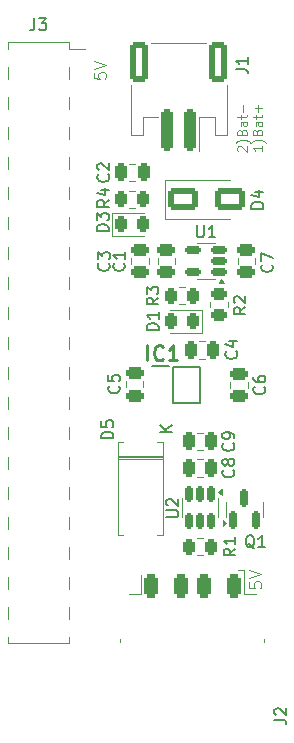
<source format=gto>
G04 #@! TF.GenerationSoftware,KiCad,Pcbnew,8.0.0*
G04 #@! TF.CreationDate,2024-06-27T16:52:22+02:00*
G04 #@! TF.ProjectId,BatteryBridge,42617474-6572-4794-9272-696467652e6b,rev?*
G04 #@! TF.SameCoordinates,Original*
G04 #@! TF.FileFunction,Legend,Top*
G04 #@! TF.FilePolarity,Positive*
%FSLAX46Y46*%
G04 Gerber Fmt 4.6, Leading zero omitted, Abs format (unit mm)*
G04 Created by KiCad (PCBNEW 8.0.0) date 2024-06-27 16:52:22*
%MOMM*%
%LPD*%
G01*
G04 APERTURE LIST*
G04 Aperture macros list*
%AMRoundRect*
0 Rectangle with rounded corners*
0 $1 Rounding radius*
0 $2 $3 $4 $5 $6 $7 $8 $9 X,Y pos of 4 corners*
0 Add a 4 corners polygon primitive as box body*
4,1,4,$2,$3,$4,$5,$6,$7,$8,$9,$2,$3,0*
0 Add four circle primitives for the rounded corners*
1,1,$1+$1,$2,$3*
1,1,$1+$1,$4,$5*
1,1,$1+$1,$6,$7*
1,1,$1+$1,$8,$9*
0 Add four rect primitives between the rounded corners*
20,1,$1+$1,$2,$3,$4,$5,0*
20,1,$1+$1,$4,$5,$6,$7,0*
20,1,$1+$1,$6,$7,$8,$9,0*
20,1,$1+$1,$8,$9,$2,$3,0*%
G04 Aperture macros list end*
%ADD10C,0.100000*%
%ADD11C,0.080000*%
%ADD12C,0.150000*%
%ADD13C,0.254000*%
%ADD14C,0.120000*%
%ADD15C,0.200000*%
%ADD16R,3.000000X1.000000*%
%ADD17RoundRect,0.150000X0.150000X-0.587500X0.150000X0.587500X-0.150000X0.587500X-0.150000X-0.587500X0*%
%ADD18R,2.400000X2.400000*%
%ADD19O,2.400000X2.400000*%
%ADD20RoundRect,0.250000X-1.000000X-0.650000X1.000000X-0.650000X1.000000X0.650000X-1.000000X0.650000X0*%
%ADD21RoundRect,0.250000X-0.250000X-0.475000X0.250000X-0.475000X0.250000X0.475000X-0.250000X0.475000X0*%
%ADD22RoundRect,0.250000X0.475000X-0.250000X0.475000X0.250000X-0.475000X0.250000X-0.475000X-0.250000X0*%
%ADD23RoundRect,0.150000X-0.150000X0.512500X-0.150000X-0.512500X0.150000X-0.512500X0.150000X0.512500X0*%
%ADD24RoundRect,0.150000X0.512500X0.150000X-0.512500X0.150000X-0.512500X-0.150000X0.512500X-0.150000X0*%
%ADD25RoundRect,0.250000X-0.262500X-0.450000X0.262500X-0.450000X0.262500X0.450000X-0.262500X0.450000X0*%
%ADD26RoundRect,0.250000X0.450000X-0.262500X0.450000X0.262500X-0.450000X0.262500X-0.450000X-0.262500X0*%
%ADD27RoundRect,0.250000X0.262500X0.450000X-0.262500X0.450000X-0.262500X-0.450000X0.262500X-0.450000X0*%
%ADD28C,1.100000*%
%ADD29RoundRect,0.300000X-0.300000X0.700000X-0.300000X-0.700000X0.300000X-0.700000X0.300000X0.700000X0*%
%ADD30O,1.300000X3.200000*%
%ADD31RoundRect,0.250001X0.499999X1.449999X-0.499999X1.449999X-0.499999X-1.449999X0.499999X-1.449999X0*%
%ADD32RoundRect,0.250000X0.250000X1.500000X-0.250000X1.500000X-0.250000X-1.500000X0.250000X-1.500000X0*%
%ADD33R,1.425000X0.450000*%
%ADD34RoundRect,0.243750X-0.243750X-0.456250X0.243750X-0.456250X0.243750X0.456250X-0.243750X0.456250X0*%
%ADD35RoundRect,0.243750X0.243750X0.456250X-0.243750X0.456250X-0.243750X-0.456250X0.243750X-0.456250X0*%
%ADD36RoundRect,0.250000X-0.475000X0.250000X-0.475000X-0.250000X0.475000X-0.250000X0.475000X0.250000X0*%
%ADD37RoundRect,0.250000X0.250000X0.475000X-0.250000X0.475000X-0.250000X-0.475000X0.250000X-0.475000X0*%
G04 APERTURE END LIST*
D10*
X84922419Y-83644925D02*
X84922419Y-84121115D01*
X84922419Y-84121115D02*
X85398609Y-84168734D01*
X85398609Y-84168734D02*
X85350990Y-84121115D01*
X85350990Y-84121115D02*
X85303371Y-84025877D01*
X85303371Y-84025877D02*
X85303371Y-83787782D01*
X85303371Y-83787782D02*
X85350990Y-83692544D01*
X85350990Y-83692544D02*
X85398609Y-83644925D01*
X85398609Y-83644925D02*
X85493847Y-83597306D01*
X85493847Y-83597306D02*
X85731942Y-83597306D01*
X85731942Y-83597306D02*
X85827180Y-83644925D01*
X85827180Y-83644925D02*
X85874800Y-83692544D01*
X85874800Y-83692544D02*
X85922419Y-83787782D01*
X85922419Y-83787782D02*
X85922419Y-84025877D01*
X85922419Y-84025877D02*
X85874800Y-84121115D01*
X85874800Y-84121115D02*
X85827180Y-84168734D01*
X84922419Y-83311591D02*
X85922419Y-82978258D01*
X85922419Y-82978258D02*
X84922419Y-82644925D01*
X71772419Y-40519925D02*
X71772419Y-40996115D01*
X71772419Y-40996115D02*
X72248609Y-41043734D01*
X72248609Y-41043734D02*
X72200990Y-40996115D01*
X72200990Y-40996115D02*
X72153371Y-40900877D01*
X72153371Y-40900877D02*
X72153371Y-40662782D01*
X72153371Y-40662782D02*
X72200990Y-40567544D01*
X72200990Y-40567544D02*
X72248609Y-40519925D01*
X72248609Y-40519925D02*
X72343847Y-40472306D01*
X72343847Y-40472306D02*
X72581942Y-40472306D01*
X72581942Y-40472306D02*
X72677180Y-40519925D01*
X72677180Y-40519925D02*
X72724800Y-40567544D01*
X72724800Y-40567544D02*
X72772419Y-40662782D01*
X72772419Y-40662782D02*
X72772419Y-40900877D01*
X72772419Y-40900877D02*
X72724800Y-40996115D01*
X72724800Y-40996115D02*
X72677180Y-41043734D01*
X71772419Y-40186591D02*
X72772419Y-39853258D01*
X72772419Y-39853258D02*
X71772419Y-39519925D01*
D11*
X83992170Y-47165988D02*
X83954075Y-47127892D01*
X83954075Y-47127892D02*
X83915980Y-47051702D01*
X83915980Y-47051702D02*
X83915980Y-46861226D01*
X83915980Y-46861226D02*
X83954075Y-46785035D01*
X83954075Y-46785035D02*
X83992170Y-46746940D01*
X83992170Y-46746940D02*
X84068361Y-46708845D01*
X84068361Y-46708845D02*
X84144551Y-46708845D01*
X84144551Y-46708845D02*
X84258837Y-46746940D01*
X84258837Y-46746940D02*
X84715980Y-47204083D01*
X84715980Y-47204083D02*
X84715980Y-46708845D01*
X85020742Y-46442178D02*
X84982646Y-46404083D01*
X84982646Y-46404083D02*
X84868361Y-46327892D01*
X84868361Y-46327892D02*
X84792170Y-46289797D01*
X84792170Y-46289797D02*
X84677885Y-46251702D01*
X84677885Y-46251702D02*
X84487408Y-46213606D01*
X84487408Y-46213606D02*
X84335027Y-46213606D01*
X84335027Y-46213606D02*
X84144551Y-46251702D01*
X84144551Y-46251702D02*
X84030265Y-46289797D01*
X84030265Y-46289797D02*
X83954075Y-46327892D01*
X83954075Y-46327892D02*
X83839789Y-46404083D01*
X83839789Y-46404083D02*
X83801694Y-46442178D01*
X84296932Y-45565988D02*
X84335027Y-45451702D01*
X84335027Y-45451702D02*
X84373123Y-45413607D01*
X84373123Y-45413607D02*
X84449313Y-45375511D01*
X84449313Y-45375511D02*
X84563599Y-45375511D01*
X84563599Y-45375511D02*
X84639789Y-45413607D01*
X84639789Y-45413607D02*
X84677885Y-45451702D01*
X84677885Y-45451702D02*
X84715980Y-45527892D01*
X84715980Y-45527892D02*
X84715980Y-45832654D01*
X84715980Y-45832654D02*
X83915980Y-45832654D01*
X83915980Y-45832654D02*
X83915980Y-45565988D01*
X83915980Y-45565988D02*
X83954075Y-45489797D01*
X83954075Y-45489797D02*
X83992170Y-45451702D01*
X83992170Y-45451702D02*
X84068361Y-45413607D01*
X84068361Y-45413607D02*
X84144551Y-45413607D01*
X84144551Y-45413607D02*
X84220742Y-45451702D01*
X84220742Y-45451702D02*
X84258837Y-45489797D01*
X84258837Y-45489797D02*
X84296932Y-45565988D01*
X84296932Y-45565988D02*
X84296932Y-45832654D01*
X84715980Y-44689797D02*
X84296932Y-44689797D01*
X84296932Y-44689797D02*
X84220742Y-44727892D01*
X84220742Y-44727892D02*
X84182646Y-44804083D01*
X84182646Y-44804083D02*
X84182646Y-44956464D01*
X84182646Y-44956464D02*
X84220742Y-45032654D01*
X84677885Y-44689797D02*
X84715980Y-44765988D01*
X84715980Y-44765988D02*
X84715980Y-44956464D01*
X84715980Y-44956464D02*
X84677885Y-45032654D01*
X84677885Y-45032654D02*
X84601694Y-45070750D01*
X84601694Y-45070750D02*
X84525504Y-45070750D01*
X84525504Y-45070750D02*
X84449313Y-45032654D01*
X84449313Y-45032654D02*
X84411218Y-44956464D01*
X84411218Y-44956464D02*
X84411218Y-44765988D01*
X84411218Y-44765988D02*
X84373123Y-44689797D01*
X84182646Y-44423130D02*
X84182646Y-44118368D01*
X83915980Y-44308844D02*
X84601694Y-44308844D01*
X84601694Y-44308844D02*
X84677885Y-44270749D01*
X84677885Y-44270749D02*
X84715980Y-44194559D01*
X84715980Y-44194559D02*
X84715980Y-44118368D01*
X84411218Y-43851701D02*
X84411218Y-43242178D01*
X86003935Y-46708845D02*
X86003935Y-47165988D01*
X86003935Y-46937416D02*
X85203935Y-46937416D01*
X85203935Y-46937416D02*
X85318220Y-47013607D01*
X85318220Y-47013607D02*
X85394411Y-47089797D01*
X85394411Y-47089797D02*
X85432506Y-47165988D01*
X86308697Y-46442178D02*
X86270601Y-46404083D01*
X86270601Y-46404083D02*
X86156316Y-46327892D01*
X86156316Y-46327892D02*
X86080125Y-46289797D01*
X86080125Y-46289797D02*
X85965840Y-46251702D01*
X85965840Y-46251702D02*
X85775363Y-46213606D01*
X85775363Y-46213606D02*
X85622982Y-46213606D01*
X85622982Y-46213606D02*
X85432506Y-46251702D01*
X85432506Y-46251702D02*
X85318220Y-46289797D01*
X85318220Y-46289797D02*
X85242030Y-46327892D01*
X85242030Y-46327892D02*
X85127744Y-46404083D01*
X85127744Y-46404083D02*
X85089649Y-46442178D01*
X85584887Y-45565988D02*
X85622982Y-45451702D01*
X85622982Y-45451702D02*
X85661078Y-45413607D01*
X85661078Y-45413607D02*
X85737268Y-45375511D01*
X85737268Y-45375511D02*
X85851554Y-45375511D01*
X85851554Y-45375511D02*
X85927744Y-45413607D01*
X85927744Y-45413607D02*
X85965840Y-45451702D01*
X85965840Y-45451702D02*
X86003935Y-45527892D01*
X86003935Y-45527892D02*
X86003935Y-45832654D01*
X86003935Y-45832654D02*
X85203935Y-45832654D01*
X85203935Y-45832654D02*
X85203935Y-45565988D01*
X85203935Y-45565988D02*
X85242030Y-45489797D01*
X85242030Y-45489797D02*
X85280125Y-45451702D01*
X85280125Y-45451702D02*
X85356316Y-45413607D01*
X85356316Y-45413607D02*
X85432506Y-45413607D01*
X85432506Y-45413607D02*
X85508697Y-45451702D01*
X85508697Y-45451702D02*
X85546792Y-45489797D01*
X85546792Y-45489797D02*
X85584887Y-45565988D01*
X85584887Y-45565988D02*
X85584887Y-45832654D01*
X86003935Y-44689797D02*
X85584887Y-44689797D01*
X85584887Y-44689797D02*
X85508697Y-44727892D01*
X85508697Y-44727892D02*
X85470601Y-44804083D01*
X85470601Y-44804083D02*
X85470601Y-44956464D01*
X85470601Y-44956464D02*
X85508697Y-45032654D01*
X85965840Y-44689797D02*
X86003935Y-44765988D01*
X86003935Y-44765988D02*
X86003935Y-44956464D01*
X86003935Y-44956464D02*
X85965840Y-45032654D01*
X85965840Y-45032654D02*
X85889649Y-45070750D01*
X85889649Y-45070750D02*
X85813459Y-45070750D01*
X85813459Y-45070750D02*
X85737268Y-45032654D01*
X85737268Y-45032654D02*
X85699173Y-44956464D01*
X85699173Y-44956464D02*
X85699173Y-44765988D01*
X85699173Y-44765988D02*
X85661078Y-44689797D01*
X85470601Y-44423130D02*
X85470601Y-44118368D01*
X85203935Y-44308844D02*
X85889649Y-44308844D01*
X85889649Y-44308844D02*
X85965840Y-44270749D01*
X85965840Y-44270749D02*
X86003935Y-44194559D01*
X86003935Y-44194559D02*
X86003935Y-44118368D01*
X85699173Y-43851701D02*
X85699173Y-43242178D01*
X86003935Y-43546939D02*
X85394411Y-43546939D01*
D12*
X66737666Y-35927819D02*
X66737666Y-36642104D01*
X66737666Y-36642104D02*
X66690047Y-36784961D01*
X66690047Y-36784961D02*
X66594809Y-36880200D01*
X66594809Y-36880200D02*
X66451952Y-36927819D01*
X66451952Y-36927819D02*
X66356714Y-36927819D01*
X67118619Y-35927819D02*
X67737666Y-35927819D01*
X67737666Y-35927819D02*
X67404333Y-36308771D01*
X67404333Y-36308771D02*
X67547190Y-36308771D01*
X67547190Y-36308771D02*
X67642428Y-36356390D01*
X67642428Y-36356390D02*
X67690047Y-36404009D01*
X67690047Y-36404009D02*
X67737666Y-36499247D01*
X67737666Y-36499247D02*
X67737666Y-36737342D01*
X67737666Y-36737342D02*
X67690047Y-36832580D01*
X67690047Y-36832580D02*
X67642428Y-36880200D01*
X67642428Y-36880200D02*
X67547190Y-36927819D01*
X67547190Y-36927819D02*
X67261476Y-36927819D01*
X67261476Y-36927819D02*
X67166238Y-36880200D01*
X67166238Y-36880200D02*
X67118619Y-36832580D01*
X85354761Y-80800057D02*
X85259523Y-80752438D01*
X85259523Y-80752438D02*
X85164285Y-80657200D01*
X85164285Y-80657200D02*
X85021428Y-80514342D01*
X85021428Y-80514342D02*
X84926190Y-80466723D01*
X84926190Y-80466723D02*
X84830952Y-80466723D01*
X84878571Y-80704819D02*
X84783333Y-80657200D01*
X84783333Y-80657200D02*
X84688095Y-80561961D01*
X84688095Y-80561961D02*
X84640476Y-80371485D01*
X84640476Y-80371485D02*
X84640476Y-80038152D01*
X84640476Y-80038152D02*
X84688095Y-79847676D01*
X84688095Y-79847676D02*
X84783333Y-79752438D01*
X84783333Y-79752438D02*
X84878571Y-79704819D01*
X84878571Y-79704819D02*
X85069047Y-79704819D01*
X85069047Y-79704819D02*
X85164285Y-79752438D01*
X85164285Y-79752438D02*
X85259523Y-79847676D01*
X85259523Y-79847676D02*
X85307142Y-80038152D01*
X85307142Y-80038152D02*
X85307142Y-80371485D01*
X85307142Y-80371485D02*
X85259523Y-80561961D01*
X85259523Y-80561961D02*
X85164285Y-80657200D01*
X85164285Y-80657200D02*
X85069047Y-80704819D01*
X85069047Y-80704819D02*
X84878571Y-80704819D01*
X86259523Y-80704819D02*
X85688095Y-80704819D01*
X85973809Y-80704819D02*
X85973809Y-79704819D01*
X85973809Y-79704819D02*
X85878571Y-79847676D01*
X85878571Y-79847676D02*
X85783333Y-79942914D01*
X85783333Y-79942914D02*
X85688095Y-79990533D01*
X73404819Y-71488094D02*
X72404819Y-71488094D01*
X72404819Y-71488094D02*
X72404819Y-71249999D01*
X72404819Y-71249999D02*
X72452438Y-71107142D01*
X72452438Y-71107142D02*
X72547676Y-71011904D01*
X72547676Y-71011904D02*
X72642914Y-70964285D01*
X72642914Y-70964285D02*
X72833390Y-70916666D01*
X72833390Y-70916666D02*
X72976247Y-70916666D01*
X72976247Y-70916666D02*
X73166723Y-70964285D01*
X73166723Y-70964285D02*
X73261961Y-71011904D01*
X73261961Y-71011904D02*
X73357200Y-71107142D01*
X73357200Y-71107142D02*
X73404819Y-71249999D01*
X73404819Y-71249999D02*
X73404819Y-71488094D01*
X72404819Y-70011904D02*
X72404819Y-70488094D01*
X72404819Y-70488094D02*
X72881009Y-70535713D01*
X72881009Y-70535713D02*
X72833390Y-70488094D01*
X72833390Y-70488094D02*
X72785771Y-70392856D01*
X72785771Y-70392856D02*
X72785771Y-70154761D01*
X72785771Y-70154761D02*
X72833390Y-70059523D01*
X72833390Y-70059523D02*
X72881009Y-70011904D01*
X72881009Y-70011904D02*
X72976247Y-69964285D01*
X72976247Y-69964285D02*
X73214342Y-69964285D01*
X73214342Y-69964285D02*
X73309580Y-70011904D01*
X73309580Y-70011904D02*
X73357200Y-70059523D01*
X73357200Y-70059523D02*
X73404819Y-70154761D01*
X73404819Y-70154761D02*
X73404819Y-70392856D01*
X73404819Y-70392856D02*
X73357200Y-70488094D01*
X73357200Y-70488094D02*
X73309580Y-70535713D01*
X78354819Y-70931904D02*
X77354819Y-70931904D01*
X78354819Y-70360476D02*
X77783390Y-70789047D01*
X77354819Y-70360476D02*
X77926247Y-70931904D01*
X86104819Y-52038094D02*
X85104819Y-52038094D01*
X85104819Y-52038094D02*
X85104819Y-51799999D01*
X85104819Y-51799999D02*
X85152438Y-51657142D01*
X85152438Y-51657142D02*
X85247676Y-51561904D01*
X85247676Y-51561904D02*
X85342914Y-51514285D01*
X85342914Y-51514285D02*
X85533390Y-51466666D01*
X85533390Y-51466666D02*
X85676247Y-51466666D01*
X85676247Y-51466666D02*
X85866723Y-51514285D01*
X85866723Y-51514285D02*
X85961961Y-51561904D01*
X85961961Y-51561904D02*
X86057200Y-51657142D01*
X86057200Y-51657142D02*
X86104819Y-51799999D01*
X86104819Y-51799999D02*
X86104819Y-52038094D01*
X85438152Y-50609523D02*
X86104819Y-50609523D01*
X85057200Y-50847618D02*
X85771485Y-51085713D01*
X85771485Y-51085713D02*
X85771485Y-50466666D01*
X83559580Y-71916666D02*
X83607200Y-71964285D01*
X83607200Y-71964285D02*
X83654819Y-72107142D01*
X83654819Y-72107142D02*
X83654819Y-72202380D01*
X83654819Y-72202380D02*
X83607200Y-72345237D01*
X83607200Y-72345237D02*
X83511961Y-72440475D01*
X83511961Y-72440475D02*
X83416723Y-72488094D01*
X83416723Y-72488094D02*
X83226247Y-72535713D01*
X83226247Y-72535713D02*
X83083390Y-72535713D01*
X83083390Y-72535713D02*
X82892914Y-72488094D01*
X82892914Y-72488094D02*
X82797676Y-72440475D01*
X82797676Y-72440475D02*
X82702438Y-72345237D01*
X82702438Y-72345237D02*
X82654819Y-72202380D01*
X82654819Y-72202380D02*
X82654819Y-72107142D01*
X82654819Y-72107142D02*
X82702438Y-71964285D01*
X82702438Y-71964285D02*
X82750057Y-71916666D01*
X83654819Y-71440475D02*
X83654819Y-71249999D01*
X83654819Y-71249999D02*
X83607200Y-71154761D01*
X83607200Y-71154761D02*
X83559580Y-71107142D01*
X83559580Y-71107142D02*
X83416723Y-71011904D01*
X83416723Y-71011904D02*
X83226247Y-70964285D01*
X83226247Y-70964285D02*
X82845295Y-70964285D01*
X82845295Y-70964285D02*
X82750057Y-71011904D01*
X82750057Y-71011904D02*
X82702438Y-71059523D01*
X82702438Y-71059523D02*
X82654819Y-71154761D01*
X82654819Y-71154761D02*
X82654819Y-71345237D01*
X82654819Y-71345237D02*
X82702438Y-71440475D01*
X82702438Y-71440475D02*
X82750057Y-71488094D01*
X82750057Y-71488094D02*
X82845295Y-71535713D01*
X82845295Y-71535713D02*
X83083390Y-71535713D01*
X83083390Y-71535713D02*
X83178628Y-71488094D01*
X83178628Y-71488094D02*
X83226247Y-71440475D01*
X83226247Y-71440475D02*
X83273866Y-71345237D01*
X83273866Y-71345237D02*
X83273866Y-71154761D01*
X83273866Y-71154761D02*
X83226247Y-71059523D01*
X83226247Y-71059523D02*
X83178628Y-71011904D01*
X83178628Y-71011904D02*
X83083390Y-70964285D01*
X83559580Y-74166666D02*
X83607200Y-74214285D01*
X83607200Y-74214285D02*
X83654819Y-74357142D01*
X83654819Y-74357142D02*
X83654819Y-74452380D01*
X83654819Y-74452380D02*
X83607200Y-74595237D01*
X83607200Y-74595237D02*
X83511961Y-74690475D01*
X83511961Y-74690475D02*
X83416723Y-74738094D01*
X83416723Y-74738094D02*
X83226247Y-74785713D01*
X83226247Y-74785713D02*
X83083390Y-74785713D01*
X83083390Y-74785713D02*
X82892914Y-74738094D01*
X82892914Y-74738094D02*
X82797676Y-74690475D01*
X82797676Y-74690475D02*
X82702438Y-74595237D01*
X82702438Y-74595237D02*
X82654819Y-74452380D01*
X82654819Y-74452380D02*
X82654819Y-74357142D01*
X82654819Y-74357142D02*
X82702438Y-74214285D01*
X82702438Y-74214285D02*
X82750057Y-74166666D01*
X83083390Y-73595237D02*
X83035771Y-73690475D01*
X83035771Y-73690475D02*
X82988152Y-73738094D01*
X82988152Y-73738094D02*
X82892914Y-73785713D01*
X82892914Y-73785713D02*
X82845295Y-73785713D01*
X82845295Y-73785713D02*
X82750057Y-73738094D01*
X82750057Y-73738094D02*
X82702438Y-73690475D01*
X82702438Y-73690475D02*
X82654819Y-73595237D01*
X82654819Y-73595237D02*
X82654819Y-73404761D01*
X82654819Y-73404761D02*
X82702438Y-73309523D01*
X82702438Y-73309523D02*
X82750057Y-73261904D01*
X82750057Y-73261904D02*
X82845295Y-73214285D01*
X82845295Y-73214285D02*
X82892914Y-73214285D01*
X82892914Y-73214285D02*
X82988152Y-73261904D01*
X82988152Y-73261904D02*
X83035771Y-73309523D01*
X83035771Y-73309523D02*
X83083390Y-73404761D01*
X83083390Y-73404761D02*
X83083390Y-73595237D01*
X83083390Y-73595237D02*
X83131009Y-73690475D01*
X83131009Y-73690475D02*
X83178628Y-73738094D01*
X83178628Y-73738094D02*
X83273866Y-73785713D01*
X83273866Y-73785713D02*
X83464342Y-73785713D01*
X83464342Y-73785713D02*
X83559580Y-73738094D01*
X83559580Y-73738094D02*
X83607200Y-73690475D01*
X83607200Y-73690475D02*
X83654819Y-73595237D01*
X83654819Y-73595237D02*
X83654819Y-73404761D01*
X83654819Y-73404761D02*
X83607200Y-73309523D01*
X83607200Y-73309523D02*
X83559580Y-73261904D01*
X83559580Y-73261904D02*
X83464342Y-73214285D01*
X83464342Y-73214285D02*
X83273866Y-73214285D01*
X83273866Y-73214285D02*
X83178628Y-73261904D01*
X83178628Y-73261904D02*
X83131009Y-73309523D01*
X83131009Y-73309523D02*
X83083390Y-73404761D01*
X86822080Y-56779166D02*
X86869700Y-56826785D01*
X86869700Y-56826785D02*
X86917319Y-56969642D01*
X86917319Y-56969642D02*
X86917319Y-57064880D01*
X86917319Y-57064880D02*
X86869700Y-57207737D01*
X86869700Y-57207737D02*
X86774461Y-57302975D01*
X86774461Y-57302975D02*
X86679223Y-57350594D01*
X86679223Y-57350594D02*
X86488747Y-57398213D01*
X86488747Y-57398213D02*
X86345890Y-57398213D01*
X86345890Y-57398213D02*
X86155414Y-57350594D01*
X86155414Y-57350594D02*
X86060176Y-57302975D01*
X86060176Y-57302975D02*
X85964938Y-57207737D01*
X85964938Y-57207737D02*
X85917319Y-57064880D01*
X85917319Y-57064880D02*
X85917319Y-56969642D01*
X85917319Y-56969642D02*
X85964938Y-56826785D01*
X85964938Y-56826785D02*
X86012557Y-56779166D01*
X85917319Y-56445832D02*
X85917319Y-55779166D01*
X85917319Y-55779166D02*
X86917319Y-56207737D01*
X77904819Y-78161904D02*
X78714342Y-78161904D01*
X78714342Y-78161904D02*
X78809580Y-78114285D01*
X78809580Y-78114285D02*
X78857200Y-78066666D01*
X78857200Y-78066666D02*
X78904819Y-77971428D01*
X78904819Y-77971428D02*
X78904819Y-77780952D01*
X78904819Y-77780952D02*
X78857200Y-77685714D01*
X78857200Y-77685714D02*
X78809580Y-77638095D01*
X78809580Y-77638095D02*
X78714342Y-77590476D01*
X78714342Y-77590476D02*
X77904819Y-77590476D01*
X78000057Y-77161904D02*
X77952438Y-77114285D01*
X77952438Y-77114285D02*
X77904819Y-77019047D01*
X77904819Y-77019047D02*
X77904819Y-76780952D01*
X77904819Y-76780952D02*
X77952438Y-76685714D01*
X77952438Y-76685714D02*
X78000057Y-76638095D01*
X78000057Y-76638095D02*
X78095295Y-76590476D01*
X78095295Y-76590476D02*
X78190533Y-76590476D01*
X78190533Y-76590476D02*
X78333390Y-76638095D01*
X78333390Y-76638095D02*
X78904819Y-77209523D01*
X78904819Y-77209523D02*
X78904819Y-76590476D01*
X80488095Y-53454819D02*
X80488095Y-54264342D01*
X80488095Y-54264342D02*
X80535714Y-54359580D01*
X80535714Y-54359580D02*
X80583333Y-54407200D01*
X80583333Y-54407200D02*
X80678571Y-54454819D01*
X80678571Y-54454819D02*
X80869047Y-54454819D01*
X80869047Y-54454819D02*
X80964285Y-54407200D01*
X80964285Y-54407200D02*
X81011904Y-54359580D01*
X81011904Y-54359580D02*
X81059523Y-54264342D01*
X81059523Y-54264342D02*
X81059523Y-53454819D01*
X82059523Y-54454819D02*
X81488095Y-54454819D01*
X81773809Y-54454819D02*
X81773809Y-53454819D01*
X81773809Y-53454819D02*
X81678571Y-53597676D01*
X81678571Y-53597676D02*
X81583333Y-53692914D01*
X81583333Y-53692914D02*
X81488095Y-53740533D01*
X73065319Y-51289666D02*
X72589128Y-51622999D01*
X73065319Y-51861094D02*
X72065319Y-51861094D01*
X72065319Y-51861094D02*
X72065319Y-51480142D01*
X72065319Y-51480142D02*
X72112938Y-51384904D01*
X72112938Y-51384904D02*
X72160557Y-51337285D01*
X72160557Y-51337285D02*
X72255795Y-51289666D01*
X72255795Y-51289666D02*
X72398652Y-51289666D01*
X72398652Y-51289666D02*
X72493890Y-51337285D01*
X72493890Y-51337285D02*
X72541509Y-51384904D01*
X72541509Y-51384904D02*
X72589128Y-51480142D01*
X72589128Y-51480142D02*
X72589128Y-51861094D01*
X72398652Y-50432523D02*
X73065319Y-50432523D01*
X72017700Y-50670618D02*
X72731985Y-50908713D01*
X72731985Y-50908713D02*
X72731985Y-50289666D01*
X77229819Y-59579166D02*
X76753628Y-59912499D01*
X77229819Y-60150594D02*
X76229819Y-60150594D01*
X76229819Y-60150594D02*
X76229819Y-59769642D01*
X76229819Y-59769642D02*
X76277438Y-59674404D01*
X76277438Y-59674404D02*
X76325057Y-59626785D01*
X76325057Y-59626785D02*
X76420295Y-59579166D01*
X76420295Y-59579166D02*
X76563152Y-59579166D01*
X76563152Y-59579166D02*
X76658390Y-59626785D01*
X76658390Y-59626785D02*
X76706009Y-59674404D01*
X76706009Y-59674404D02*
X76753628Y-59769642D01*
X76753628Y-59769642D02*
X76753628Y-60150594D01*
X76229819Y-59245832D02*
X76229819Y-58626785D01*
X76229819Y-58626785D02*
X76610771Y-58960118D01*
X76610771Y-58960118D02*
X76610771Y-58817261D01*
X76610771Y-58817261D02*
X76658390Y-58722023D01*
X76658390Y-58722023D02*
X76706009Y-58674404D01*
X76706009Y-58674404D02*
X76801247Y-58626785D01*
X76801247Y-58626785D02*
X77039342Y-58626785D01*
X77039342Y-58626785D02*
X77134580Y-58674404D01*
X77134580Y-58674404D02*
X77182200Y-58722023D01*
X77182200Y-58722023D02*
X77229819Y-58817261D01*
X77229819Y-58817261D02*
X77229819Y-59102975D01*
X77229819Y-59102975D02*
X77182200Y-59198213D01*
X77182200Y-59198213D02*
X77134580Y-59245832D01*
X84592319Y-60379166D02*
X84116128Y-60712499D01*
X84592319Y-60950594D02*
X83592319Y-60950594D01*
X83592319Y-60950594D02*
X83592319Y-60569642D01*
X83592319Y-60569642D02*
X83639938Y-60474404D01*
X83639938Y-60474404D02*
X83687557Y-60426785D01*
X83687557Y-60426785D02*
X83782795Y-60379166D01*
X83782795Y-60379166D02*
X83925652Y-60379166D01*
X83925652Y-60379166D02*
X84020890Y-60426785D01*
X84020890Y-60426785D02*
X84068509Y-60474404D01*
X84068509Y-60474404D02*
X84116128Y-60569642D01*
X84116128Y-60569642D02*
X84116128Y-60950594D01*
X83687557Y-59998213D02*
X83639938Y-59950594D01*
X83639938Y-59950594D02*
X83592319Y-59855356D01*
X83592319Y-59855356D02*
X83592319Y-59617261D01*
X83592319Y-59617261D02*
X83639938Y-59522023D01*
X83639938Y-59522023D02*
X83687557Y-59474404D01*
X83687557Y-59474404D02*
X83782795Y-59426785D01*
X83782795Y-59426785D02*
X83878033Y-59426785D01*
X83878033Y-59426785D02*
X84020890Y-59474404D01*
X84020890Y-59474404D02*
X84592319Y-60045832D01*
X84592319Y-60045832D02*
X84592319Y-59426785D01*
X83744819Y-80816666D02*
X83268628Y-81149999D01*
X83744819Y-81388094D02*
X82744819Y-81388094D01*
X82744819Y-81388094D02*
X82744819Y-81007142D01*
X82744819Y-81007142D02*
X82792438Y-80911904D01*
X82792438Y-80911904D02*
X82840057Y-80864285D01*
X82840057Y-80864285D02*
X82935295Y-80816666D01*
X82935295Y-80816666D02*
X83078152Y-80816666D01*
X83078152Y-80816666D02*
X83173390Y-80864285D01*
X83173390Y-80864285D02*
X83221009Y-80911904D01*
X83221009Y-80911904D02*
X83268628Y-81007142D01*
X83268628Y-81007142D02*
X83268628Y-81388094D01*
X83744819Y-79864285D02*
X83744819Y-80435713D01*
X83744819Y-80149999D02*
X82744819Y-80149999D01*
X82744819Y-80149999D02*
X82887676Y-80245237D01*
X82887676Y-80245237D02*
X82982914Y-80340475D01*
X82982914Y-80340475D02*
X83030533Y-80435713D01*
X87055819Y-95322333D02*
X87770104Y-95322333D01*
X87770104Y-95322333D02*
X87912961Y-95369952D01*
X87912961Y-95369952D02*
X88008200Y-95465190D01*
X88008200Y-95465190D02*
X88055819Y-95608047D01*
X88055819Y-95608047D02*
X88055819Y-95703285D01*
X87151057Y-94893761D02*
X87103438Y-94846142D01*
X87103438Y-94846142D02*
X87055819Y-94750904D01*
X87055819Y-94750904D02*
X87055819Y-94512809D01*
X87055819Y-94512809D02*
X87103438Y-94417571D01*
X87103438Y-94417571D02*
X87151057Y-94369952D01*
X87151057Y-94369952D02*
X87246295Y-94322333D01*
X87246295Y-94322333D02*
X87341533Y-94322333D01*
X87341533Y-94322333D02*
X87484390Y-94369952D01*
X87484390Y-94369952D02*
X88055819Y-94941380D01*
X88055819Y-94941380D02*
X88055819Y-94322333D01*
X83782819Y-40211333D02*
X84497104Y-40211333D01*
X84497104Y-40211333D02*
X84639961Y-40258952D01*
X84639961Y-40258952D02*
X84735200Y-40354190D01*
X84735200Y-40354190D02*
X84782819Y-40497047D01*
X84782819Y-40497047D02*
X84782819Y-40592285D01*
X84782819Y-39211333D02*
X84782819Y-39782761D01*
X84782819Y-39497047D02*
X83782819Y-39497047D01*
X83782819Y-39497047D02*
X83925676Y-39592285D01*
X83925676Y-39592285D02*
X84020914Y-39687523D01*
X84020914Y-39687523D02*
X84068533Y-39782761D01*
D13*
X76305237Y-64874318D02*
X76305237Y-63604318D01*
X77635714Y-64753365D02*
X77575238Y-64813842D01*
X77575238Y-64813842D02*
X77393809Y-64874318D01*
X77393809Y-64874318D02*
X77272857Y-64874318D01*
X77272857Y-64874318D02*
X77091428Y-64813842D01*
X77091428Y-64813842D02*
X76970476Y-64692889D01*
X76970476Y-64692889D02*
X76909999Y-64571937D01*
X76909999Y-64571937D02*
X76849523Y-64330032D01*
X76849523Y-64330032D02*
X76849523Y-64148603D01*
X76849523Y-64148603D02*
X76909999Y-63906699D01*
X76909999Y-63906699D02*
X76970476Y-63785746D01*
X76970476Y-63785746D02*
X77091428Y-63664794D01*
X77091428Y-63664794D02*
X77272857Y-63604318D01*
X77272857Y-63604318D02*
X77393809Y-63604318D01*
X77393809Y-63604318D02*
X77575238Y-63664794D01*
X77575238Y-63664794D02*
X77635714Y-63725270D01*
X78845238Y-64874318D02*
X78119523Y-64874318D01*
X78482380Y-64874318D02*
X78482380Y-63604318D01*
X78482380Y-63604318D02*
X78361428Y-63785746D01*
X78361428Y-63785746D02*
X78240476Y-63906699D01*
X78240476Y-63906699D02*
X78119523Y-63967175D01*
D12*
X73004819Y-53938094D02*
X72004819Y-53938094D01*
X72004819Y-53938094D02*
X72004819Y-53699999D01*
X72004819Y-53699999D02*
X72052438Y-53557142D01*
X72052438Y-53557142D02*
X72147676Y-53461904D01*
X72147676Y-53461904D02*
X72242914Y-53414285D01*
X72242914Y-53414285D02*
X72433390Y-53366666D01*
X72433390Y-53366666D02*
X72576247Y-53366666D01*
X72576247Y-53366666D02*
X72766723Y-53414285D01*
X72766723Y-53414285D02*
X72861961Y-53461904D01*
X72861961Y-53461904D02*
X72957200Y-53557142D01*
X72957200Y-53557142D02*
X73004819Y-53699999D01*
X73004819Y-53699999D02*
X73004819Y-53938094D01*
X72004819Y-53033332D02*
X72004819Y-52414285D01*
X72004819Y-52414285D02*
X72385771Y-52747618D01*
X72385771Y-52747618D02*
X72385771Y-52604761D01*
X72385771Y-52604761D02*
X72433390Y-52509523D01*
X72433390Y-52509523D02*
X72481009Y-52461904D01*
X72481009Y-52461904D02*
X72576247Y-52414285D01*
X72576247Y-52414285D02*
X72814342Y-52414285D01*
X72814342Y-52414285D02*
X72909580Y-52461904D01*
X72909580Y-52461904D02*
X72957200Y-52509523D01*
X72957200Y-52509523D02*
X73004819Y-52604761D01*
X73004819Y-52604761D02*
X73004819Y-52890475D01*
X73004819Y-52890475D02*
X72957200Y-52985713D01*
X72957200Y-52985713D02*
X72909580Y-53033332D01*
X77241819Y-62313094D02*
X76241819Y-62313094D01*
X76241819Y-62313094D02*
X76241819Y-62074999D01*
X76241819Y-62074999D02*
X76289438Y-61932142D01*
X76289438Y-61932142D02*
X76384676Y-61836904D01*
X76384676Y-61836904D02*
X76479914Y-61789285D01*
X76479914Y-61789285D02*
X76670390Y-61741666D01*
X76670390Y-61741666D02*
X76813247Y-61741666D01*
X76813247Y-61741666D02*
X77003723Y-61789285D01*
X77003723Y-61789285D02*
X77098961Y-61836904D01*
X77098961Y-61836904D02*
X77194200Y-61932142D01*
X77194200Y-61932142D02*
X77241819Y-62074999D01*
X77241819Y-62074999D02*
X77241819Y-62313094D01*
X77241819Y-60789285D02*
X77241819Y-61360713D01*
X77241819Y-61074999D02*
X76241819Y-61074999D01*
X76241819Y-61074999D02*
X76384676Y-61170237D01*
X76384676Y-61170237D02*
X76479914Y-61265475D01*
X76479914Y-61265475D02*
X76527533Y-61360713D01*
X86182580Y-67116666D02*
X86230200Y-67164285D01*
X86230200Y-67164285D02*
X86277819Y-67307142D01*
X86277819Y-67307142D02*
X86277819Y-67402380D01*
X86277819Y-67402380D02*
X86230200Y-67545237D01*
X86230200Y-67545237D02*
X86134961Y-67640475D01*
X86134961Y-67640475D02*
X86039723Y-67688094D01*
X86039723Y-67688094D02*
X85849247Y-67735713D01*
X85849247Y-67735713D02*
X85706390Y-67735713D01*
X85706390Y-67735713D02*
X85515914Y-67688094D01*
X85515914Y-67688094D02*
X85420676Y-67640475D01*
X85420676Y-67640475D02*
X85325438Y-67545237D01*
X85325438Y-67545237D02*
X85277819Y-67402380D01*
X85277819Y-67402380D02*
X85277819Y-67307142D01*
X85277819Y-67307142D02*
X85325438Y-67164285D01*
X85325438Y-67164285D02*
X85373057Y-67116666D01*
X85277819Y-66259523D02*
X85277819Y-66449999D01*
X85277819Y-66449999D02*
X85325438Y-66545237D01*
X85325438Y-66545237D02*
X85373057Y-66592856D01*
X85373057Y-66592856D02*
X85515914Y-66688094D01*
X85515914Y-66688094D02*
X85706390Y-66735713D01*
X85706390Y-66735713D02*
X86087342Y-66735713D01*
X86087342Y-66735713D02*
X86182580Y-66688094D01*
X86182580Y-66688094D02*
X86230200Y-66640475D01*
X86230200Y-66640475D02*
X86277819Y-66545237D01*
X86277819Y-66545237D02*
X86277819Y-66354761D01*
X86277819Y-66354761D02*
X86230200Y-66259523D01*
X86230200Y-66259523D02*
X86182580Y-66211904D01*
X86182580Y-66211904D02*
X86087342Y-66164285D01*
X86087342Y-66164285D02*
X85849247Y-66164285D01*
X85849247Y-66164285D02*
X85754009Y-66211904D01*
X85754009Y-66211904D02*
X85706390Y-66259523D01*
X85706390Y-66259523D02*
X85658771Y-66354761D01*
X85658771Y-66354761D02*
X85658771Y-66545237D01*
X85658771Y-66545237D02*
X85706390Y-66640475D01*
X85706390Y-66640475D02*
X85754009Y-66688094D01*
X85754009Y-66688094D02*
X85849247Y-66735713D01*
X73863580Y-67050666D02*
X73911200Y-67098285D01*
X73911200Y-67098285D02*
X73958819Y-67241142D01*
X73958819Y-67241142D02*
X73958819Y-67336380D01*
X73958819Y-67336380D02*
X73911200Y-67479237D01*
X73911200Y-67479237D02*
X73815961Y-67574475D01*
X73815961Y-67574475D02*
X73720723Y-67622094D01*
X73720723Y-67622094D02*
X73530247Y-67669713D01*
X73530247Y-67669713D02*
X73387390Y-67669713D01*
X73387390Y-67669713D02*
X73196914Y-67622094D01*
X73196914Y-67622094D02*
X73101676Y-67574475D01*
X73101676Y-67574475D02*
X73006438Y-67479237D01*
X73006438Y-67479237D02*
X72958819Y-67336380D01*
X72958819Y-67336380D02*
X72958819Y-67241142D01*
X72958819Y-67241142D02*
X73006438Y-67098285D01*
X73006438Y-67098285D02*
X73054057Y-67050666D01*
X72958819Y-66145904D02*
X72958819Y-66622094D01*
X72958819Y-66622094D02*
X73435009Y-66669713D01*
X73435009Y-66669713D02*
X73387390Y-66622094D01*
X73387390Y-66622094D02*
X73339771Y-66526856D01*
X73339771Y-66526856D02*
X73339771Y-66288761D01*
X73339771Y-66288761D02*
X73387390Y-66193523D01*
X73387390Y-66193523D02*
X73435009Y-66145904D01*
X73435009Y-66145904D02*
X73530247Y-66098285D01*
X73530247Y-66098285D02*
X73768342Y-66098285D01*
X73768342Y-66098285D02*
X73863580Y-66145904D01*
X73863580Y-66145904D02*
X73911200Y-66193523D01*
X73911200Y-66193523D02*
X73958819Y-66288761D01*
X73958819Y-66288761D02*
X73958819Y-66526856D01*
X73958819Y-66526856D02*
X73911200Y-66622094D01*
X73911200Y-66622094D02*
X73863580Y-66669713D01*
X83804580Y-64116666D02*
X83852200Y-64164285D01*
X83852200Y-64164285D02*
X83899819Y-64307142D01*
X83899819Y-64307142D02*
X83899819Y-64402380D01*
X83899819Y-64402380D02*
X83852200Y-64545237D01*
X83852200Y-64545237D02*
X83756961Y-64640475D01*
X83756961Y-64640475D02*
X83661723Y-64688094D01*
X83661723Y-64688094D02*
X83471247Y-64735713D01*
X83471247Y-64735713D02*
X83328390Y-64735713D01*
X83328390Y-64735713D02*
X83137914Y-64688094D01*
X83137914Y-64688094D02*
X83042676Y-64640475D01*
X83042676Y-64640475D02*
X82947438Y-64545237D01*
X82947438Y-64545237D02*
X82899819Y-64402380D01*
X82899819Y-64402380D02*
X82899819Y-64307142D01*
X82899819Y-64307142D02*
X82947438Y-64164285D01*
X82947438Y-64164285D02*
X82995057Y-64116666D01*
X83233152Y-63259523D02*
X83899819Y-63259523D01*
X82852200Y-63497618D02*
X83566485Y-63735713D01*
X83566485Y-63735713D02*
X83566485Y-63116666D01*
X73009580Y-56666666D02*
X73057200Y-56714285D01*
X73057200Y-56714285D02*
X73104819Y-56857142D01*
X73104819Y-56857142D02*
X73104819Y-56952380D01*
X73104819Y-56952380D02*
X73057200Y-57095237D01*
X73057200Y-57095237D02*
X72961961Y-57190475D01*
X72961961Y-57190475D02*
X72866723Y-57238094D01*
X72866723Y-57238094D02*
X72676247Y-57285713D01*
X72676247Y-57285713D02*
X72533390Y-57285713D01*
X72533390Y-57285713D02*
X72342914Y-57238094D01*
X72342914Y-57238094D02*
X72247676Y-57190475D01*
X72247676Y-57190475D02*
X72152438Y-57095237D01*
X72152438Y-57095237D02*
X72104819Y-56952380D01*
X72104819Y-56952380D02*
X72104819Y-56857142D01*
X72104819Y-56857142D02*
X72152438Y-56714285D01*
X72152438Y-56714285D02*
X72200057Y-56666666D01*
X72104819Y-56333332D02*
X72104819Y-55714285D01*
X72104819Y-55714285D02*
X72485771Y-56047618D01*
X72485771Y-56047618D02*
X72485771Y-55904761D01*
X72485771Y-55904761D02*
X72533390Y-55809523D01*
X72533390Y-55809523D02*
X72581009Y-55761904D01*
X72581009Y-55761904D02*
X72676247Y-55714285D01*
X72676247Y-55714285D02*
X72914342Y-55714285D01*
X72914342Y-55714285D02*
X73009580Y-55761904D01*
X73009580Y-55761904D02*
X73057200Y-55809523D01*
X73057200Y-55809523D02*
X73104819Y-55904761D01*
X73104819Y-55904761D02*
X73104819Y-56190475D01*
X73104819Y-56190475D02*
X73057200Y-56285713D01*
X73057200Y-56285713D02*
X73009580Y-56333332D01*
X72970080Y-49134666D02*
X73017700Y-49182285D01*
X73017700Y-49182285D02*
X73065319Y-49325142D01*
X73065319Y-49325142D02*
X73065319Y-49420380D01*
X73065319Y-49420380D02*
X73017700Y-49563237D01*
X73017700Y-49563237D02*
X72922461Y-49658475D01*
X72922461Y-49658475D02*
X72827223Y-49706094D01*
X72827223Y-49706094D02*
X72636747Y-49753713D01*
X72636747Y-49753713D02*
X72493890Y-49753713D01*
X72493890Y-49753713D02*
X72303414Y-49706094D01*
X72303414Y-49706094D02*
X72208176Y-49658475D01*
X72208176Y-49658475D02*
X72112938Y-49563237D01*
X72112938Y-49563237D02*
X72065319Y-49420380D01*
X72065319Y-49420380D02*
X72065319Y-49325142D01*
X72065319Y-49325142D02*
X72112938Y-49182285D01*
X72112938Y-49182285D02*
X72160557Y-49134666D01*
X72160557Y-48753713D02*
X72112938Y-48706094D01*
X72112938Y-48706094D02*
X72065319Y-48610856D01*
X72065319Y-48610856D02*
X72065319Y-48372761D01*
X72065319Y-48372761D02*
X72112938Y-48277523D01*
X72112938Y-48277523D02*
X72160557Y-48229904D01*
X72160557Y-48229904D02*
X72255795Y-48182285D01*
X72255795Y-48182285D02*
X72351033Y-48182285D01*
X72351033Y-48182285D02*
X72493890Y-48229904D01*
X72493890Y-48229904D02*
X73065319Y-48801332D01*
X73065319Y-48801332D02*
X73065319Y-48182285D01*
X74309580Y-56666666D02*
X74357200Y-56714285D01*
X74357200Y-56714285D02*
X74404819Y-56857142D01*
X74404819Y-56857142D02*
X74404819Y-56952380D01*
X74404819Y-56952380D02*
X74357200Y-57095237D01*
X74357200Y-57095237D02*
X74261961Y-57190475D01*
X74261961Y-57190475D02*
X74166723Y-57238094D01*
X74166723Y-57238094D02*
X73976247Y-57285713D01*
X73976247Y-57285713D02*
X73833390Y-57285713D01*
X73833390Y-57285713D02*
X73642914Y-57238094D01*
X73642914Y-57238094D02*
X73547676Y-57190475D01*
X73547676Y-57190475D02*
X73452438Y-57095237D01*
X73452438Y-57095237D02*
X73404819Y-56952380D01*
X73404819Y-56952380D02*
X73404819Y-56857142D01*
X73404819Y-56857142D02*
X73452438Y-56714285D01*
X73452438Y-56714285D02*
X73500057Y-56666666D01*
X74404819Y-55714285D02*
X74404819Y-56285713D01*
X74404819Y-55999999D02*
X73404819Y-55999999D01*
X73404819Y-55999999D02*
X73547676Y-56095237D01*
X73547676Y-56095237D02*
X73642914Y-56190475D01*
X73642914Y-56190475D02*
X73690533Y-56285713D01*
D14*
X64471000Y-37913000D02*
X64471000Y-38483000D01*
X64471000Y-37913000D02*
X69671000Y-37913000D01*
X64471000Y-40003000D02*
X64471000Y-41023000D01*
X64471000Y-42543000D02*
X64471000Y-43563000D01*
X64471000Y-45083000D02*
X64471000Y-46103000D01*
X64471000Y-47623000D02*
X64471000Y-48643000D01*
X64471000Y-50163000D02*
X64471000Y-51183000D01*
X64471000Y-52703000D02*
X64471000Y-53723000D01*
X64471000Y-55243000D02*
X64471000Y-56263000D01*
X64471000Y-57783000D02*
X64471000Y-58803000D01*
X64471000Y-60323000D02*
X64471000Y-61343000D01*
X64471000Y-62863000D02*
X64471000Y-63883000D01*
X64471000Y-65403000D02*
X64471000Y-66423000D01*
X64471000Y-67943000D02*
X64471000Y-68963000D01*
X64471000Y-70483000D02*
X64471000Y-71503000D01*
X64471000Y-73023000D02*
X64471000Y-74043000D01*
X64471000Y-75563000D02*
X64471000Y-76583000D01*
X64471000Y-78103000D02*
X64471000Y-79123000D01*
X64471000Y-80643000D02*
X64471000Y-81663000D01*
X64471000Y-83183000D02*
X64471000Y-84203000D01*
X64471000Y-85723000D02*
X64471000Y-86743000D01*
X64471000Y-88263000D02*
X64471000Y-88833000D01*
X64471000Y-88833000D02*
X69671000Y-88833000D01*
X69671000Y-37913000D02*
X69671000Y-38483000D01*
X69671000Y-38483000D02*
X71031000Y-38483000D01*
X69671000Y-40003000D02*
X69671000Y-41023000D01*
X69671000Y-42543000D02*
X69671000Y-43563000D01*
X69671000Y-45083000D02*
X69671000Y-46103000D01*
X69671000Y-47623000D02*
X69671000Y-48643000D01*
X69671000Y-50163000D02*
X69671000Y-51183000D01*
X69671000Y-52703000D02*
X69671000Y-53723000D01*
X69671000Y-55243000D02*
X69671000Y-56263000D01*
X69671000Y-57783000D02*
X69671000Y-58803000D01*
X69671000Y-60323000D02*
X69671000Y-61343000D01*
X69671000Y-62863000D02*
X69671000Y-63883000D01*
X69671000Y-65403000D02*
X69671000Y-66423000D01*
X69671000Y-67943000D02*
X69671000Y-68963000D01*
X69671000Y-70483000D02*
X69671000Y-71503000D01*
X69671000Y-73023000D02*
X69671000Y-74043000D01*
X69671000Y-75563000D02*
X69671000Y-76583000D01*
X69671000Y-78103000D02*
X69671000Y-79123000D01*
X69671000Y-80643000D02*
X69671000Y-81663000D01*
X69671000Y-83183000D02*
X69671000Y-84203000D01*
X69671000Y-85723000D02*
X69671000Y-86743000D01*
X69671000Y-88263000D02*
X69671000Y-88833000D01*
X82940000Y-77500000D02*
X82940000Y-78150000D01*
X82940000Y-77500000D02*
X82940000Y-76850000D01*
X86060000Y-77500000D02*
X86060000Y-78150000D01*
X86060000Y-77500000D02*
X86060000Y-76850000D01*
X82990000Y-78662500D02*
X82660000Y-78902500D01*
X82660000Y-78422500D01*
X82990000Y-78662500D01*
G36*
X82990000Y-78662500D02*
G01*
X82660000Y-78902500D01*
X82660000Y-78422500D01*
X82990000Y-78662500D01*
G37*
X77620000Y-71830000D02*
X77620000Y-79670000D01*
X77140000Y-71830000D02*
X77620000Y-71830000D01*
X74260000Y-71830000D02*
X73780000Y-71830000D01*
X73780000Y-71830000D02*
X73780000Y-79670000D01*
X77620000Y-72970000D02*
X73780000Y-72970000D01*
X77620000Y-73090000D02*
X73780000Y-73090000D01*
X77620000Y-73210000D02*
X73780000Y-73210000D01*
X77620000Y-79670000D02*
X77140000Y-79670000D01*
X73780000Y-79670000D02*
X74260000Y-79670000D01*
X77790000Y-49600000D02*
X77790000Y-52900000D01*
X77790000Y-49600000D02*
X83300000Y-49600000D01*
X77790000Y-52900000D02*
X83300000Y-52900000D01*
X80488748Y-71015000D02*
X81011252Y-71015000D01*
X80488748Y-72485000D02*
X81011252Y-72485000D01*
X80488748Y-74735000D02*
X81011252Y-74735000D01*
X80488748Y-73265000D02*
X81011252Y-73265000D01*
X83927500Y-56723752D02*
X83927500Y-56201248D01*
X85397500Y-56723752D02*
X85397500Y-56201248D01*
X82590000Y-76283000D02*
X82260000Y-76043000D01*
X82590000Y-75803000D01*
X82590000Y-76283000D01*
G36*
X82590000Y-76283000D02*
G01*
X82260000Y-76043000D01*
X82590000Y-75803000D01*
X82590000Y-76283000D01*
G37*
X79190000Y-77343000D02*
X79190000Y-78143000D01*
X79190000Y-77343000D02*
X79190000Y-76543000D01*
X82310000Y-77343000D02*
X82310000Y-78143000D01*
X82310000Y-77343000D02*
X82310000Y-76543000D01*
X82802500Y-58302500D02*
X82322500Y-58302500D01*
X82562500Y-57972500D01*
X82802500Y-58302500D01*
G36*
X82802500Y-58302500D02*
G01*
X82322500Y-58302500D01*
X82562500Y-57972500D01*
X82802500Y-58302500D01*
G37*
X81262500Y-54902500D02*
X80462500Y-54902500D01*
X81262500Y-54902500D02*
X82062500Y-54902500D01*
X81262500Y-58022500D02*
X80462500Y-58022500D01*
X81262500Y-58022500D02*
X82062500Y-58022500D01*
X74772936Y-51985000D02*
X75227064Y-51985000D01*
X74772936Y-50515000D02*
X75227064Y-50515000D01*
X78997936Y-60135000D02*
X79452064Y-60135000D01*
X78997936Y-58665000D02*
X79452064Y-58665000D01*
X83085000Y-60377064D02*
X83085000Y-59922936D01*
X81615000Y-60377064D02*
X81615000Y-59922936D01*
X80977064Y-81385000D02*
X80522936Y-81385000D01*
X80977064Y-79915000D02*
X80522936Y-79915000D01*
X84461000Y-82589000D02*
X84001000Y-82589000D01*
X84461000Y-82589000D02*
X84461000Y-84689000D01*
X75741000Y-83069000D02*
X75741000Y-84689000D01*
X85501000Y-84689000D02*
X84461000Y-84689000D01*
X75741000Y-84689000D02*
X74701000Y-84689000D01*
X86211000Y-88474000D02*
X86211000Y-88744000D01*
X73991000Y-88474000D02*
X73991000Y-88744000D01*
X74886000Y-41584000D02*
X74886000Y-45834000D01*
X74886000Y-45834000D02*
X75906000Y-45834000D01*
X75906000Y-44234000D02*
X77186000Y-44234000D01*
X75906000Y-45834000D02*
X75906000Y-44234000D01*
X80706000Y-44234000D02*
X80706000Y-47124000D01*
X81286000Y-38014000D02*
X76606000Y-38014000D01*
X81986000Y-44234000D02*
X80706000Y-44234000D01*
X81986000Y-45834000D02*
X81986000Y-44234000D01*
X83006000Y-41584000D02*
X83006000Y-45834000D01*
X83006000Y-45834000D02*
X81986000Y-45834000D01*
D15*
X78450000Y-65450000D02*
X80750000Y-65450000D01*
X80750000Y-65450000D02*
X80750000Y-68450000D01*
X80750000Y-68450000D02*
X78450000Y-68450000D01*
X78450000Y-68450000D02*
X78450000Y-65450000D01*
X76675000Y-65400000D02*
X78100000Y-65400000D01*
D14*
X73305000Y-52390000D02*
X73305000Y-54310000D01*
X73305000Y-54310000D02*
X75990000Y-54310000D01*
X75990000Y-52390000D02*
X73305000Y-52390000D01*
X80885000Y-62535000D02*
X80885000Y-60615000D01*
X80885000Y-60615000D02*
X78200000Y-60615000D01*
X78200000Y-62535000D02*
X80885000Y-62535000D01*
X84780000Y-66688748D02*
X84780000Y-67211252D01*
X83310000Y-66688748D02*
X83310000Y-67211252D01*
X74473000Y-66647748D02*
X74473000Y-67170252D01*
X75943000Y-66647748D02*
X75943000Y-67170252D01*
X81184252Y-64723000D02*
X80661748Y-64723000D01*
X81184252Y-63253000D02*
X80661748Y-63253000D01*
X76397500Y-56723752D02*
X76397500Y-56201248D01*
X74927500Y-56723752D02*
X74927500Y-56201248D01*
X74762248Y-48233000D02*
X75284752Y-48233000D01*
X74762248Y-49703000D02*
X75284752Y-49703000D01*
X78647500Y-56723752D02*
X78647500Y-56201248D01*
X77177500Y-56723752D02*
X77177500Y-56201248D01*
%LPC*%
D16*
X69591000Y-39243000D03*
X64551000Y-39243000D03*
X69591000Y-41783000D03*
X64551000Y-41783000D03*
X69591000Y-44323000D03*
X64551000Y-44323000D03*
X69591000Y-46863000D03*
X64551000Y-46863000D03*
X69591000Y-49403000D03*
X64551000Y-49403000D03*
X69591000Y-51943000D03*
X64551000Y-51943000D03*
X69591000Y-54483000D03*
X64551000Y-54483000D03*
X69591000Y-57023000D03*
X64551000Y-57023000D03*
X69591000Y-59563000D03*
X64551000Y-59563000D03*
X69591000Y-62103000D03*
X64551000Y-62103000D03*
X69591000Y-64643000D03*
X64551000Y-64643000D03*
X69591000Y-67183000D03*
X64551000Y-67183000D03*
X69591000Y-69723000D03*
X64551000Y-69723000D03*
X69591000Y-72263000D03*
X64551000Y-72263000D03*
X69591000Y-74803000D03*
X64551000Y-74803000D03*
X69591000Y-77343000D03*
X64551000Y-77343000D03*
X69591000Y-79883000D03*
X64551000Y-79883000D03*
X69591000Y-82423000D03*
X64551000Y-82423000D03*
X69591000Y-84963000D03*
X64551000Y-84963000D03*
X69591000Y-87503000D03*
X64551000Y-87503000D03*
D17*
X83550000Y-78437500D03*
X85450000Y-78437500D03*
X84500000Y-76562500D03*
D18*
X75700000Y-70670000D03*
D19*
X75700000Y-80830000D03*
D20*
X79300000Y-51250000D03*
X83300000Y-51250000D03*
D21*
X79800000Y-71750000D03*
X81700000Y-71750000D03*
X81700000Y-74000000D03*
X79800000Y-74000000D03*
D22*
X84662500Y-57412500D03*
X84662500Y-55512500D03*
D23*
X81700000Y-78480500D03*
X80750000Y-78480500D03*
X79800000Y-78480500D03*
X79800000Y-76205500D03*
X80750000Y-76205500D03*
X81700000Y-76205500D03*
D24*
X80125000Y-57412500D03*
X80125000Y-55512500D03*
X82400000Y-55512500D03*
X82400000Y-56462500D03*
X82400000Y-57412500D03*
D25*
X75912500Y-51250000D03*
X74087500Y-51250000D03*
X80137500Y-59400000D03*
X78312500Y-59400000D03*
D26*
X82350000Y-59237500D03*
X82350000Y-61062500D03*
D27*
X81662500Y-80650000D03*
X79837500Y-80650000D03*
D28*
X82351000Y-86614000D03*
X77851000Y-86614000D03*
D29*
X83601000Y-84014000D03*
X81101000Y-84014000D03*
X79101000Y-84014000D03*
X76601000Y-84014000D03*
D30*
X85951000Y-86614000D03*
X74251000Y-86614000D03*
D31*
X75596000Y-39624000D03*
X82296000Y-39624000D03*
D32*
X77946000Y-45374000D03*
X79946000Y-45374000D03*
D33*
X77388000Y-65975000D03*
X77388000Y-66625000D03*
X77388000Y-67275000D03*
X77388000Y-67925000D03*
X81812000Y-67925000D03*
X81812000Y-67275000D03*
X81812000Y-66625000D03*
X81812000Y-65975000D03*
D34*
X74052500Y-53350000D03*
X75927500Y-53350000D03*
D35*
X80137500Y-61575000D03*
X78262500Y-61575000D03*
D36*
X84045000Y-66000000D03*
X84045000Y-67900000D03*
X75208000Y-67859000D03*
X75208000Y-65959000D03*
D37*
X81873000Y-63988000D03*
X79973000Y-63988000D03*
D22*
X75662500Y-55512500D03*
X75662500Y-57412500D03*
D21*
X74073500Y-48968000D03*
X75973500Y-48968000D03*
D22*
X77912500Y-55512500D03*
X77912500Y-57412500D03*
%LPD*%
M02*

</source>
